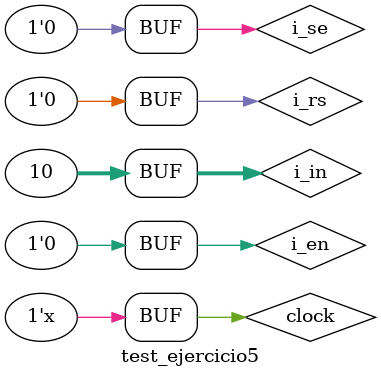
<source format=v>
`timescale 1ns / 1ps


module test_ejercicio5;

	// Inputs
	reg [31:0] i_in;
	reg i_en;
	reg i_rs;
	reg i_se;
	reg clock;

	// Outputs
	wire [31:0] o_out;
	wire [31:0] o_nout;

	// Instantiate the Unit Under Test (UUT)
	ejercicio_5 uut (
		.i_in(i_in), 
		.o_out(o_out), 
		.o_nout(o_nout), 
		.i_en(i_en), 
		.i_rs(i_rs), 
		.i_se(i_se), 
		.clock(clock)
	);

	initial begin
		// Initialize Inputs
		i_in = 0;
		i_en = 0;
		i_rs = 0;
		i_se = 0;
		clock = 0;

		// Wait 100 ns for global reset to finish
		#50;
		
		i_in = 10;
		
		#50;
		
		i_en = 1;
      
		#50;
		
		i_en = 0;
		i_rs = 1;
		
		#50;
		
		i_rs = 0;
		i_se = 1;
		
		#50;
		
		i_se = 0;
		
		// Add stimulus here

	end
	
	always #20
	clock = ~clock;
      
endmodule


</source>
